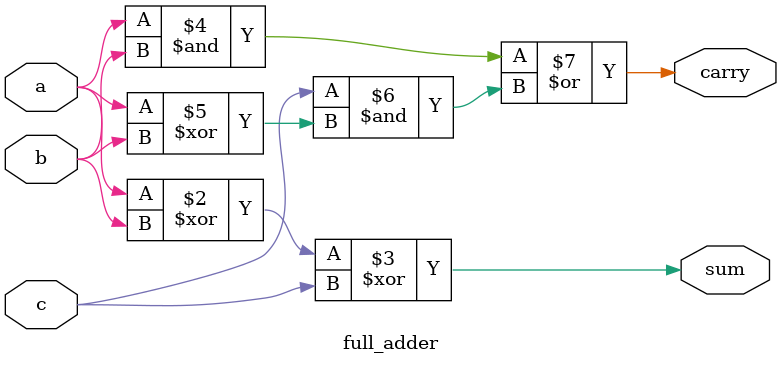
<source format=sv>
module full_adder(
 input logic a,
 input logic b,
 input logic c,
 output logic sum,
 output logic carry
 );
always_comb begin
 sum = (a ^ b) ^ c;
 carry = (a & b) | (c&(a ^ b));
end
 endmodule


</source>
